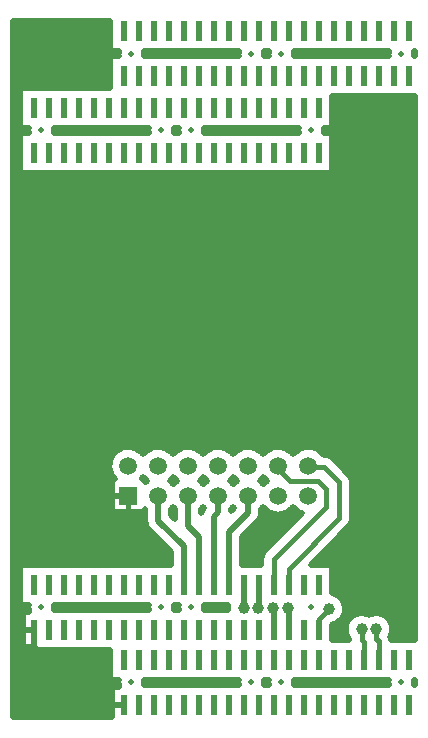
<source format=gbr>
%FSTAX42Y42*%
%MOMM*%
%SFA1B1*%

%IPPOS*%
%ADD10C,0.500126*%
%ADD11C,0.400050*%
%ADD12C,0.299974*%
%ADD14C,0.500126*%
%ADD15R,1.500124X1.500124*%
%ADD16C,1.500124*%
%ADD17C,0.999998*%
%ADD18R,0.599948X1.700022*%
%LNpcb_monitoring_connecta10-1*%
%LPD*%
G54D10*
X-00332Y001005D02*
D01*
X-003321Y000997*
X-003321Y00099*
X-003321Y000982*
X-003321Y000974*
X-00332Y000967*
X-003319Y000959*
X-003317Y000952*
X-003314Y000945*
X-003314Y000944*
X-003103Y000964D02*
D01*
X-003102Y000972*
X-003102Y000979*
X-003102Y000985*
X-003103Y000964D02*
D01*
X-003102Y000972*
X-003102Y000979*
X-003102Y000985*
X-00332Y001005D02*
D01*
X-003321Y000997*
X-003321Y00099*
X-003321Y000982*
X-003321Y000974*
X-00332Y000967*
X-003319Y000959*
X-003317Y000952*
X-003314Y000945*
X-003314Y000944*
X-003102Y000985D02*
D01*
X-003102Y000992*
X-003103Y001*
X-003103Y001005*
X-003102Y000985D02*
D01*
X-003102Y000992*
X-003103Y001*
X-003103Y001005*
X-002342Y000329D02*
D01*
X-002341Y000337*
X-00234Y000344*
X-00234Y00035*
X-002342Y000329D02*
D01*
X-002341Y000337*
X-00234Y000344*
X-00234Y00035*
X-002558Y00037D02*
D01*
X-002559Y000362*
X-00256Y000355*
X-00256Y000347*
X-00256Y000339*
X-002559Y000332*
X-002557Y000324*
X-002555Y000317*
X-002553Y00031*
X-002552Y000309*
X-002558Y00037D02*
D01*
X-002559Y000362*
X-00256Y000355*
X-00256Y000347*
X-00256Y000339*
X-002559Y000332*
X-002557Y000324*
X-002555Y000317*
X-002553Y00031*
X-002552Y000309*
X-00234Y00035D02*
D01*
X-00234Y000357*
X-002341Y000365*
X-002342Y00037*
X-00234Y00035D02*
D01*
X-00234Y000357*
X-002341Y000365*
X-002342Y00037*
X-002087Y000964D02*
D01*
X-002086Y000972*
X-002086Y000979*
X-002086Y000985*
X-002087Y000964D02*
D01*
X-002086Y000972*
X-002086Y000979*
X-002086Y000985*
X-00205Y001005D02*
D01*
X-002051Y000997*
X-002051Y00099*
X-002051Y000982*
X-002051Y000974*
X-00205Y000967*
X-00205Y000964*
Y001005D02*
D01*
X-002051Y000997*
X-002051Y00099*
X-002051Y000982*
X-002051Y000974*
X-00205Y000967*
X-00205Y000964*
X-002363Y002067D02*
D01*
X-002356Y002076*
X-002348Y002084*
D01*
X-002341Y002076*
X-002334Y002067*
X-002325Y00206*
X-002319Y002054*
X-002304Y001005D02*
D01*
X-002305Y000997*
X-002305Y00099*
X-002305Y000982*
X-002305Y000974*
X-002304Y000967*
X-002304Y000964*
Y001005D02*
D01*
X-002305Y000997*
X-002305Y00099*
X-002305Y000982*
X-002305Y000974*
X-002304Y000967*
X-002304Y000964*
X-002331Y001716D02*
D01*
X-002331Y001709*
X-00233Y001701*
X-002329Y001694*
X-002327Y001686*
X-002325Y001679*
X-002322Y001672*
X-002319Y001665*
X-002315Y001658*
X-00231Y001652*
X-002306Y001646*
X-002301Y00164*
X-002299Y001639*
X-002086Y000985D02*
D01*
X-002086Y000992*
X-002087Y001*
X-002087Y001005*
X-002086Y000985D02*
D01*
X-002086Y000992*
X-002087Y001*
X-002087Y001005*
X-002331Y001716D02*
D01*
X-002331Y001709*
X-00233Y001701*
X-002329Y001694*
X-002327Y001686*
X-002325Y001679*
X-002322Y001672*
X-002319Y001665*
X-002315Y001658*
X-00231Y001652*
X-002306Y001646*
X-002301Y00164*
X-002299Y001639*
X-002319Y002054D02*
D01*
X-002327Y002047*
X-002336Y00204*
X-002094Y002025D02*
D01*
X-002102Y002033*
X-002109Y002042*
X-002117Y002049*
X-002124Y002054*
X-002112Y001811D02*
D01*
X-002104Y001819*
X-002096Y001828*
X-002094Y00183*
X-002124Y002054D02*
D01*
X-002116Y002062*
X-002107Y002069*
X-0021Y002077*
X-002094Y002084*
Y00183D02*
D01*
X-002087Y001822*
X-00208Y001813*
X-002077Y001811*
X-002094Y002084D02*
D01*
X-002087Y002076*
X-00208Y002067*
X-002071Y00206*
X-002065Y002054*
D01*
X-002073Y002047*
X-002082Y00204*
X-002089Y002031*
X-002094Y002025*
X-00332Y005042D02*
D01*
X-003321Y005035*
X-003321Y005027*
X-003321Y00502*
X-003321Y005012*
X-00332Y005004*
X-00332Y005001*
X-003103D02*
D01*
X-003102Y005009*
X-003102Y005017*
X-003102Y005022*
X-003103Y005001D02*
D01*
X-003102Y005009*
X-003102Y005017*
X-003102Y005022*
X-00332Y005042D02*
D01*
X-003321Y005035*
X-003321Y005027*
X-003321Y00502*
X-003321Y005012*
X-00332Y005004*
X-00332Y005001*
X-003102Y005022D02*
D01*
X-003102Y00503*
X-003103Y005037*
X-003103Y005042*
X-003102Y005022D02*
D01*
X-003102Y00503*
X-003103Y005037*
X-003103Y005042*
X-002557Y00569D02*
D01*
X-002558Y005682*
X-002559Y005675*
X-002559Y005667*
X-002559Y005659*
X-002558Y005652*
X-002557Y005649*
Y00569D02*
D01*
X-002558Y005682*
X-002559Y005675*
X-002559Y005667*
X-002559Y005659*
X-002558Y005652*
X-002557Y005649*
X-002348Y002279D02*
D01*
X-002356Y002287*
X-002363Y002296*
X-002371Y002303*
X-00238Y00231*
X-002389Y002316*
X-002399Y002322*
X-002409Y002327*
X-002419Y002331*
X-00243Y002335*
X-002441Y002338*
X-002452Y00234*
X-002463Y002341*
X-002474Y002341*
X-002485Y002341*
X-002496Y00234*
X-002507Y002338*
X-002518Y002336*
X-002529Y002332*
X-002539Y002328*
X-002549Y002323*
X-002559Y002318*
X-002568Y002312*
X-002577Y002305*
X-002586Y002298*
X-002593Y00229*
X-002601Y002281*
X-002607Y002272*
X-002613Y002263*
X-002619Y002253*
X-002623Y002243*
X-002627Y002232*
X-00263Y002222*
X-002633Y002211*
X-002634Y0022*
X-002635Y002189*
X-002635Y002177*
X-002635Y002166*
X-002633Y002155*
X-002631Y002144*
X-002628Y002134*
X-002624Y002123*
X-00262Y002113*
X-002615Y002103*
X-002609Y002093*
X-002602Y002084*
X-002595Y002076*
X-002588Y002067*
X-002094Y002279D02*
D01*
X-002102Y002287*
X-002109Y002296*
X-002117Y002303*
X-002126Y00231*
X-002135Y002316*
X-002145Y002322*
X-002155Y002327*
X-002165Y002331*
X-002176Y002335*
X-002187Y002338*
X-002198Y00234*
X-002209Y002341*
X-00222Y002341*
X-002231Y002341*
X-002242Y00234*
X-002253Y002338*
X-002264Y002336*
X-002275Y002332*
X-002285Y002328*
X-002295Y002323*
X-002305Y002318*
X-002314Y002312*
X-002323Y002305*
X-002332Y002298*
X-002339Y00229*
X-002347Y002281*
X-002348Y002279*
X-00184D02*
D01*
X-001848Y002287*
X-001855Y002296*
X-001863Y002303*
X-001872Y00231*
X-001881Y002316*
X-001891Y002322*
X-001901Y002327*
X-001911Y002331*
X-001922Y002335*
X-001933Y002338*
X-001944Y00234*
X-001955Y002341*
X-001966Y002341*
X-001977Y002341*
X-001988Y00234*
X-001999Y002338*
X-00201Y002336*
X-002021Y002332*
X-002031Y002328*
X-002041Y002323*
X-002051Y002318*
X-00206Y002312*
X-002069Y002305*
X-002078Y002298*
X-002085Y00229*
X-002093Y002281*
X-002094Y002279*
X-002304Y005042D02*
D01*
X-002305Y005035*
X-002305Y005027*
X-002305Y00502*
X-002305Y005012*
X-002304Y005004*
X-002304Y005001*
X-002341Y005649D02*
D01*
X-00234Y005657*
X-002339Y005664*
X-002339Y005669*
X-002341Y005649D02*
D01*
X-00234Y005657*
X-002339Y005664*
X-002339Y005669*
D01*
X-002339Y005677*
X-00234Y005685*
X-002341Y00569*
X-002339Y005669D02*
D01*
X-002339Y005677*
X-00234Y005685*
X-002341Y00569*
X-002304Y005042D02*
D01*
X-002305Y005035*
X-002305Y005027*
X-002305Y00502*
X-002305Y005012*
X-002304Y005004*
X-002304Y005001*
X-002087D02*
D01*
X-002086Y005009*
X-002086Y005017*
X-002086Y005022*
X-002087Y005001D02*
D01*
X-002086Y005009*
X-002086Y005017*
X-002086Y005022*
D01*
X-002086Y00503*
X-002087Y005037*
X-002087Y005042*
X-002086Y005022D02*
D01*
X-002086Y00503*
X-002087Y005037*
X-002087Y005042*
X-00205D02*
D01*
X-002051Y005035*
X-002051Y005027*
X-002051Y00502*
X-002051Y005012*
X-00205Y005004*
X-00205Y005001*
Y005042D02*
D01*
X-002051Y005035*
X-002051Y005027*
X-002051Y00502*
X-002051Y005012*
X-00205Y005004*
X-00205Y005001*
X-001833Y000964D02*
D01*
X-001832Y000972*
X-001832Y000979*
X-001832Y000985*
X-001833Y000964D02*
D01*
X-001832Y000972*
X-001832Y000979*
X-001832Y000985*
D01*
X-001832Y000992*
X-001833Y001*
X-001833Y001005*
X-001832Y000985D02*
D01*
X-001832Y000992*
X-001833Y001*
X-001833Y001005*
X-001326Y000329D02*
D01*
X-001325Y000337*
X-001324Y000344*
X-001324Y00035*
X-001326Y000329D02*
D01*
X-001325Y000337*
X-001324Y000344*
X-001324Y00035*
X-001542Y00037D02*
D01*
X-001543Y000362*
X-001544Y000355*
X-001544Y000347*
X-001544Y000339*
X-001543Y000332*
X-001542Y000329*
Y00037D02*
D01*
X-001543Y000362*
X-001544Y000355*
X-001544Y000347*
X-001544Y000339*
X-001543Y000332*
X-001542Y000329*
X-001288Y00037D02*
D01*
X-001289Y000362*
X-00129Y000355*
X-00129Y000347*
X-00129Y000339*
X-001289Y000332*
X-001288Y000329*
Y00037D02*
D01*
X-001289Y000362*
X-00129Y000355*
X-00129Y000347*
X-00129Y000339*
X-001289Y000332*
X-001288Y000329*
X-001631Y001005D02*
D01*
X-001633Y000996*
X-001634Y000986*
X-001634Y000977*
X-001634Y000968*
X-001634Y000964*
X-001324Y00035D02*
D01*
X-001324Y000357*
X-001325Y000365*
X-001326Y00037*
X-001324Y00035D02*
D01*
X-001324Y000357*
X-001325Y000365*
X-001326Y00037*
X-001072Y000329D02*
D01*
X-001071Y000337*
X-00107Y000344*
X-00107Y00035*
X-001072Y000329D02*
D01*
X-001071Y000337*
X-00107Y000344*
X-00107Y00035*
D01*
X-00107Y000357*
X-001071Y000365*
X-001072Y00037*
X-00107Y00035D02*
D01*
X-00107Y000357*
X-001071Y000365*
X-001072Y00037*
X-001834Y001822D02*
D01*
X-001839Y001816*
X-001843Y00181*
X-001847Y001804*
X-001851Y001797*
X-001854Y00179*
X-001856Y001782*
X-001858Y001778*
X-001834Y001822D02*
D01*
X-001839Y001816*
X-001843Y00181*
X-001847Y001804*
X-001851Y001797*
X-001854Y00179*
X-001856Y001782*
X-001858Y001778*
Y001811D02*
D01*
X-00185Y001819*
X-001842Y001828*
X-00184Y00183*
D01*
X-001839Y001829*
X-001838Y001827*
X-001837Y001826*
X-001835Y001824*
X-001834Y001822*
X-001834Y001822*
X-00184Y002025D02*
D01*
X-001848Y002033*
X-001855Y002042*
X-001863Y002049*
X-00187Y002054*
D01*
X-001862Y002062*
X-001853Y002069*
X-001846Y002077*
X-00184Y002084*
X-001811Y002054D02*
D01*
X-001819Y002047*
X-001828Y00204*
X-001835Y002031*
X-00184Y002025*
Y002084D02*
D01*
X-001833Y002076*
X-001826Y002067*
X-001817Y00206*
X-001811Y002054*
X-001604Y001811D02*
D01*
X-001596Y001819*
X-001588Y001828*
X-001586Y00183*
D01*
X-001579Y001822*
X-001579Y001821*
X-001586Y002025D02*
D01*
X-001594Y002033*
X-001601Y002042*
X-001609Y002049*
X-001616Y002054*
D01*
X-001608Y002062*
X-001599Y002069*
X-001592Y002077*
X-001586Y002084*
X-001557Y002054D02*
D01*
X-001565Y002047*
X-001574Y00204*
X-001581Y002031*
X-001586Y002025*
Y002084D02*
D01*
X-001579Y002076*
X-001572Y002067*
X-001563Y00206*
X-001557Y002054*
X-001317Y001468D02*
D01*
X-001322Y001462*
X-001327Y001457*
X-001331Y001451*
X-001335Y001444*
X-001338Y001438*
X-001341Y001431*
X-001343Y001424*
X-001345Y001417*
X-001347Y00141*
X-001348Y001403*
X-001348Y001395*
X-001348Y001394*
X-001317Y001468D02*
D01*
X-001322Y001462*
X-001327Y001457*
X-001331Y001451*
X-001335Y001445*
X-001338Y001438*
X-001341Y001431*
X-001343Y001424*
X-001345Y001417*
X-001347Y00141*
X-001348Y001403*
X-001348Y001395*
X-001348Y001394*
X-001382Y001707D02*
D01*
X-001376Y001712*
X-001372Y001718*
X-001367Y001725*
X-001363Y001731*
X-00136Y001738*
X-001357Y001745*
X-001354Y001752*
X-001352Y00176*
X-001351Y001767*
X-00135Y001775*
X-00135Y001783*
X-00135Y001784*
X-001382Y001707D02*
D01*
X-001376Y001712*
X-001372Y001718*
X-001367Y001725*
X-001363Y001731*
X-00136Y001738*
X-001357Y001745*
X-001354Y001752*
X-001352Y00176*
X-001351Y001767*
X-00135Y001775*
X-00135Y001783*
X-00135Y001784*
Y001811D02*
D01*
X-001342Y001819*
X-001334Y001828*
X-001332Y00183*
Y002025D02*
D01*
X-00134Y002033*
X-001347Y002042*
X-001355Y002049*
X-001362Y002054*
D01*
X-001354Y002062*
X-001345Y002069*
X-001338Y002077*
X-001332Y002084*
D01*
X-001325Y002076*
X-001318Y002067*
X-001309Y00206*
X-001303Y002054*
X-001332Y00183D02*
D01*
X-001325Y001822*
X-001318Y001813*
X-001309Y001806*
X-001301Y001799*
X-001292Y001793*
X-001282Y001787*
X-001272Y001782*
X-001262Y001778*
X-001251Y001774*
X-00124Y001771*
X-001229Y001769*
X-001218Y001768*
X-001207Y001768*
X-001196Y001768*
X-001185Y001769*
X-001174Y001771*
X-001163Y001773*
X-001152Y001777*
X-001142Y001781*
X-001132Y001786*
X-001122Y001791*
X-001113Y001797*
X-001104Y001804*
X-001095Y001811*
X-001088Y001819*
X-00108Y001828*
X-001078Y00183*
X-001303Y002054D02*
D01*
X-001311Y002047*
X-00132Y00204*
X-001327Y002031*
X-001332Y002025*
X-001078Y00183D02*
D01*
X-001071Y001822*
X-001064Y001813*
X-001055Y001806*
X-001047Y001799*
X-001038Y001793*
X-001028Y001787*
X-001018Y001782*
X-001008Y001778*
X-001007Y001778*
X-000056Y000329D02*
D01*
X-000055Y000337*
X-000054Y000344*
X-000054Y00035*
X-000056Y000329D02*
D01*
X-000055Y000337*
X-000054Y000344*
X-000054Y00035*
X-000272Y00037D02*
D01*
X-000273Y000362*
X-000274Y000355*
X-000274Y000347*
X-000274Y000339*
X-000273Y000332*
X-000272Y000329*
Y00037D02*
D01*
X-000273Y000362*
X-000274Y000355*
X-000274Y000347*
X-000274Y000339*
X-000273Y000332*
X-000272Y000329*
X-000054Y00035D02*
D01*
X-000054Y000357*
X-000055Y000365*
X-000056Y00037*
X-000251Y00071D02*
D01*
X-000252Y000717*
X-000254Y000724*
X-000256Y000731*
X-000257Y000733*
X-000251Y00071D02*
D01*
X-000252Y000717*
X-000254Y000724*
X-000256Y000731*
X-000257Y000733*
X-000054Y00035D02*
D01*
X-000054Y000357*
X-000055Y000365*
X-000056Y00037*
X-000257Y000733D02*
D01*
X-000253Y000742*
X-000249Y00075*
X-000246Y000759*
X-000243Y000768*
X-000241Y000777*
X-00024Y000787*
X-00024Y000796*
X-00024Y000799*
X-000747Y000837D02*
D01*
X-000738Y00084*
X-000729Y000842*
X-00072Y000846*
X-000712Y00085*
X-000703Y000855*
X-000696Y00086*
X-000688Y000866*
X-000681Y000872*
X-000675Y000879*
X-000668Y000886*
X-000663Y000894*
X-000658Y000901*
X-000653Y00091*
X-00065Y000918*
X-000646Y000927*
X-000644Y000936*
X-000642Y000945*
X-00064Y000955*
X-00064Y000964*
X-00064Y00097*
D01*
X-00064Y000979*
X-000641Y000988*
X-000642Y000998*
X-000645Y001007*
X-000648Y001016*
X-000651Y001024*
X-000655Y001033*
X-00066Y001041*
X-000665Y001049*
X-000671Y001056*
X-000677Y001063*
X-000684Y00107*
X-000691Y001076*
X-000699Y001081*
X-000707Y001086*
X-000715Y001091*
X-000724Y001095*
X-000733Y001098*
X-000742Y0011*
X-000747Y001102*
X-000437Y000919D02*
D01*
X-000445Y000923*
X-000454Y000927*
X-000463Y00093*
X-000472Y000932*
X-000482Y000933*
X-000491Y000934*
X-0005Y000934*
X-00051Y000934*
X-000519Y000933*
X-000529Y000931*
X-000538Y000929*
X-000547Y000926*
X-000555Y000922*
X-000564Y000918*
X-000572Y000913*
X-00058Y000908*
X-000587Y000902*
X-000594Y000896*
X-0006Y000889*
X-000606Y000882*
X-000612Y000874*
X-000617Y000866*
X-000621Y000858*
X-000625Y000849*
X-000628Y00084*
X-000631Y000831*
X-000633Y000822*
X-000634Y000813*
X-000634Y000803*
X-000634Y000794*
X-000634Y000784*
X-000632Y000775*
X-00063Y000766*
X-000628Y000757*
X-000624Y000748*
X-00062Y000739*
X-000616Y000731*
X-000611Y000723*
X-000605Y000716*
X-000605Y000715*
X-00024Y000799D02*
D01*
X-00024Y000809*
X-000241Y000818*
X-000242Y000828*
X-000245Y000837*
X-000248Y000846*
X-000251Y000854*
X-000255Y000863*
X-00026Y000871*
X-000265Y000879*
X-000271Y000886*
X-000277Y000893*
X-000284Y0009*
X-000291Y000906*
X-000299Y000911*
X-000307Y000916*
X-000315Y000921*
X-000324Y000925*
X-000333Y000928*
X-000342Y00093*
X-000351Y000932*
X-00036Y000934*
X-00037Y000934*
X-000379*
X-000389Y000934*
X-000398Y000932*
X-000407Y00093*
X-000416Y000928*
X-000425Y000925*
X-000434Y000921*
X-000437Y000919*
X-000613Y001663D02*
D01*
X-000608Y001668*
X-000603Y001674*
X-000599Y00168*
X-000595Y001686*
X-000592Y001692*
X-000589Y001699*
X-000587Y001706*
X-000585Y001713*
X-000583Y00172*
X-000582Y001728*
X-000582Y001735*
X-000582Y001737*
X-000613Y001663D02*
D01*
X-000608Y001668*
X-000603Y001674*
X-000599Y00168*
X-000595Y001686*
X-000592Y001693*
X-000589Y001699*
X-000587Y001706*
X-000585Y001713*
X-000583Y001721*
X-000582Y001728*
X-000582Y001735*
X-000582Y001737*
Y00204D02*
D01*
X-000582Y002047*
X-000583Y002054*
X-000584Y002061*
X-000586Y002068*
X-000588Y002075*
X-000591Y002082*
X-000594Y002089*
X-000598Y002095*
X-000602Y002101*
X-000607Y002107*
X-000611Y002112*
X-000613Y002114*
X-000582Y00204D02*
D01*
X-000582Y002047*
X-000583Y002054*
X-000584Y002061*
X-000586Y002068*
X-000588Y002075*
X-000591Y002082*
X-000594Y002089*
X-000598Y002095*
X-000602Y002101*
X-000607Y002107*
X-000611Y002112*
X-000613Y002114*
X-001586Y002279D02*
D01*
X-001594Y002287*
X-001601Y002296*
X-001609Y002303*
X-001618Y00231*
X-001627Y002316*
X-001637Y002322*
X-001647Y002327*
X-001657Y002331*
X-001668Y002335*
X-001679Y002338*
X-00169Y00234*
X-001701Y002341*
X-001712Y002341*
X-001723Y002341*
X-001734Y00234*
X-001745Y002338*
X-001756Y002336*
X-001767Y002332*
X-001777Y002328*
X-001787Y002323*
X-001797Y002318*
X-001806Y002312*
X-001815Y002305*
X-001824Y002298*
X-001831Y00229*
X-001839Y002281*
X-00184Y002279*
X-001833Y005001D02*
D01*
X-001832Y005009*
X-001832Y005017*
X-001832Y005022*
X-001833Y005001D02*
D01*
X-001832Y005009*
X-001832Y005017*
X-001832Y005022*
X-001332Y002279D02*
D01*
X-00134Y002287*
X-001347Y002296*
X-001355Y002303*
X-001364Y00231*
X-001373Y002316*
X-001383Y002322*
X-001393Y002327*
X-001403Y002331*
X-001414Y002335*
X-001425Y002338*
X-001436Y00234*
X-001447Y002341*
X-001458Y002341*
X-001469Y002341*
X-00148Y00234*
X-001491Y002338*
X-001502Y002336*
X-001513Y002332*
X-001523Y002328*
X-001533Y002323*
X-001543Y002318*
X-001552Y002312*
X-001561Y002305*
X-00157Y002298*
X-001577Y00229*
X-001585Y002281*
X-001586Y002279*
X-001832Y005022D02*
D01*
X-001832Y00503*
X-001833Y005037*
X-001833Y005042*
X-001832Y005022D02*
D01*
X-001832Y00503*
X-001833Y005037*
X-001833Y005042*
X-001325Y005649D02*
D01*
X-001324Y005657*
X-001323Y005664*
X-001323Y005669*
X-001325Y005649D02*
D01*
X-001324Y005657*
X-001323Y005664*
X-001323Y005669*
X-001541Y00569D02*
D01*
X-001542Y005682*
X-001543Y005675*
X-001543Y005667*
X-001543Y005659*
X-001542Y005652*
X-001541Y005649*
Y00569D02*
D01*
X-001542Y005682*
X-001543Y005675*
X-001543Y005667*
X-001543Y005659*
X-001542Y005652*
X-001541Y005649*
X-001323Y005669D02*
D01*
X-001323Y005677*
X-001324Y005685*
X-001325Y00569*
X-001287D02*
D01*
X-001288Y005682*
X-001289Y005675*
X-001289Y005667*
X-001289Y005659*
X-001288Y005652*
X-001287Y005649*
X-001323Y005669D02*
D01*
X-001323Y005677*
X-001324Y005685*
X-001325Y00569*
X-001287D02*
D01*
X-001288Y005682*
X-001289Y005675*
X-001289Y005667*
X-001289Y005659*
X-001288Y005652*
X-001287Y005649*
X-001078Y002279D02*
D01*
X-001086Y002287*
X-001093Y002296*
X-001101Y002303*
X-00111Y00231*
X-001119Y002316*
X-001129Y002322*
X-001139Y002327*
X-001149Y002331*
X-00116Y002335*
X-001171Y002338*
X-001182Y00234*
X-001193Y002341*
X-001204Y002341*
X-001215Y002341*
X-001226Y00234*
X-001237Y002338*
X-001248Y002336*
X-001259Y002332*
X-001269Y002328*
X-001279Y002323*
X-001289Y002318*
X-001298Y002312*
X-001307Y002305*
X-001316Y002298*
X-001323Y00229*
X-001331Y002281*
X-001332Y002279*
X-000821Y002275D02*
D01*
X-000828Y002283*
X-000836Y002292*
X-000843Y0023*
X-000852Y002307*
X-000861Y002313*
X-00087Y002319*
X-00088Y002325*
X-00089Y002329*
X-000901Y002333*
X-000912Y002336*
X-000922Y002339*
X-000933Y00234*
X-000945Y002341*
X-000956Y002341*
X-000967Y002341*
X-000978Y002339*
X-000989Y002337*
X-001Y002334*
X-00101Y00233*
X-00102Y002326*
X-00103Y002321*
X-00104Y002315*
X-001049Y002308*
X-001058Y002301*
X-001066Y002294*
X-001073Y002285*
X-001078Y002279*
X-000743Y002244D02*
D01*
X-000748Y002249*
X-000754Y002253*
X-00076Y002258*
X-000766Y002261*
X-000773Y002265*
X-000779Y002268*
X-000786Y00227*
X-000793Y002272*
X-000801Y002273*
X-000808Y002274*
X-000815Y002274*
X-000817Y002275*
X-001034Y005042D02*
D01*
X-001035Y005035*
X-001035Y005027*
X-001035Y00502*
X-001035Y005012*
X-001034Y005004*
X-001034Y005001*
X-000817D02*
D01*
X-000816Y005009*
X-000816Y005017*
X-000816Y005022*
X-000817Y005001D02*
D01*
X-000816Y005009*
X-000816Y005017*
X-000816Y005022*
X-001034Y005042D02*
D01*
X-001035Y005035*
X-001035Y005027*
X-001035Y00502*
X-001035Y005012*
X-001034Y005004*
X-001034Y005001*
X-000816Y005022D02*
D01*
X-000816Y00503*
X-000817Y005037*
X-000817Y005042*
X-000816Y005022D02*
D01*
X-000816Y00503*
X-000817Y005037*
X-000817Y005042*
X-000743Y002244D02*
D01*
X-000748Y002249*
X-000754Y002253*
X-00076Y002257*
X-000766Y002261*
X-000772Y002265*
X-000779Y002267*
X-000786Y00227*
X-000793Y002272*
X-0008Y002273*
X-000808Y002274*
X-000815Y002274*
X-000817Y002275*
X-001071Y005649D02*
D01*
X-00107Y005657*
X-001069Y005664*
X-001069Y005669*
X-001071Y005649D02*
D01*
X-00107Y005657*
X-001069Y005664*
X-001069Y005669*
D01*
X-001069Y005677*
X-00107Y005685*
X-001071Y00569*
X-001069Y005669D02*
D01*
X-001069Y005677*
X-00107Y005685*
X-001071Y00569*
X-000271D02*
D01*
X-000272Y005682*
X-000273Y005675*
X-000273Y005667*
X-000273Y005659*
X-000272Y005652*
X-000271Y005649*
X-000055D02*
D01*
X-000054Y005657*
X-000053Y005664*
X-000053Y005669*
X-000055Y005649D02*
D01*
X-000054Y005657*
X-000053Y005664*
X-000053Y005669*
X-000271Y00569D02*
D01*
X-000272Y005682*
X-000273Y005675*
X-000273Y005667*
X-000273Y005659*
X-000272Y005652*
X-000271Y005649*
X-000053Y005669D02*
D01*
X-000053Y005677*
X-000054Y005685*
X-000055Y00569*
X-000053Y005669D02*
D01*
X-000053Y005677*
X-000054Y005685*
X-000055Y00569*
X-001499Y000975D02*
X-001497Y000977D01*
Y001175*
X-001375Y000975D02*
X-00137Y000979D01*
Y001175*
X-001116Y000794D02*
Y000969D01*
X-001878Y001175D02*
Y001578D01*
X-001967Y001667D02*
X-001878Y001578D01*
X-001967Y001667D02*
Y001928D01*
X-002005Y001175D02*
Y0015D01*
X-002221Y001716D02*
X-002005Y0015D01*
X-002221Y001716D02*
Y001928D01*
X-001459Y001784D02*
Y001928D01*
X-001624Y00162D02*
X-001459Y001784D01*
X-001624Y001175D02*
Y00162D01*
X-001713Y001788D02*
Y001928D01*
X-001751Y00175D02*
X-001713Y001788D01*
X-001751Y001175D02*
Y00175D01*
X-002794Y000159D02*
X-002513D01*
X-003275Y00064D02*
X-002794Y000159D01*
X-003275Y00064D02*
Y000794D01*
X-001243D02*
Y000975D01*
X-003379Y000794D02*
X-003275D01*
X-003415Y000829D02*
X-003379Y000794D01*
X-003415Y000829D02*
Y001364D01*
X-003234Y001545*
X-003247Y00005D02*
Y000624D01*
X-00345Y00063D02*
X-003263D01*
X-003147Y00005D02*
Y000624D01*
X-003197Y00005D02*
Y000624D01*
X-003347Y00005D02*
Y000644D01*
X-00337D02*
Y000944D01*
X-003297Y00005D02*
Y000644D01*
X-003263Y000624D02*
Y000644D01*
X-00345Y00043D02*
X-002629D01*
X-00345Y00048D02*
X-002629D01*
X-00345Y00013D02*
X-002609D01*
X-00345Y000381D02*
X-002629D01*
X-00345Y00053D02*
X-002629D01*
X-00345Y00058D02*
X-002629D01*
X-003136Y000624D02*
X-003033D01*
X-003263D02*
X-003136D01*
X-003033*
X-00345Y00078D02*
X-00337D01*
X-00345Y00083D02*
X-00337D01*
X-00345Y00068D02*
X-00337D01*
X-00345Y00073D02*
X-00337D01*
X-00345Y00088D02*
X-00337D01*
X-00345Y00093D02*
X-00337D01*
X-00345Y00098D02*
X-003321D01*
X-00337Y000644D02*
X-003263D01*
X-00337Y000944D02*
X-003314D01*
X-003103Y001005D02*
X-003033D01*
X-003103D02*
X-003033D01*
X-003103Y000964D02*
X-003033D01*
X-003103D02*
X-003033D01*
X-003009Y000624D02*
X-002906D01*
X-003009D02*
X-002906D01*
X-002897Y00005D02*
Y000624D01*
X-002947Y00005D02*
Y000624D01*
X-003047Y00005D02*
Y000624D01*
X-003097Y00005D02*
Y000624D01*
X-002997Y00005D02*
Y000624D01*
X-003033D02*
X-003009D01*
X-002697Y00005D02*
Y000624D01*
X-002747Y00005D02*
Y000624D01*
X-002647Y00005D02*
Y000624D01*
X-002629Y00037D02*
Y000624D01*
X-002882D02*
X-002779D01*
X-002906D02*
X-002882D01*
X-002797Y00005D02*
Y000624D01*
X-002847Y00005D02*
Y000624D01*
X-002882D02*
X-002779D01*
X-003009Y000964D02*
X-002906D01*
X-003033D02*
X-003009D01*
X-002779Y000624D02*
X-002755D01*
X-003009Y000964D02*
X-002906D01*
X-002882*
X-002779D02*
X-002755D01*
X-002882D02*
X-002779D01*
X-002882D02*
X-002779D01*
X-002755Y000624D02*
X-002652D01*
X-002755Y000964D02*
X-002652D01*
Y000624D02*
X-002629D01*
X-002755D02*
X-002652D01*
X-002755Y000964D02*
X-002652D01*
X-002755Y001005D02*
X-002652D01*
X-002747Y000964D02*
Y001005D01*
X-002652D02*
X-002628D01*
X-002652Y000964D02*
X-002628D01*
X-00345Y00123D02*
X-00339D01*
X-00345Y00128D02*
X-00339D01*
X-00345Y00103D02*
X-00339D01*
X-00345Y00118D02*
X-00339D01*
X-003447Y00005D02*
Y00595D01*
X-00345Y00005D02*
Y00595D01*
X-003397Y00005D02*
Y00595D01*
X-00339Y001005D02*
Y001345D01*
X-003347Y000944D02*
Y001005D01*
X-00339D02*
X-00332D01*
X-00345Y00108D02*
X-00339D01*
X-00345Y00113D02*
X-00339D01*
X-003047Y000964D02*
Y001005D01*
X-003097Y000964D02*
Y001005D01*
X-00345Y00133D02*
X-00339D01*
Y001345D02*
X-003263D01*
X-00316*
X-003263D02*
X-00316D01*
X-003297D02*
Y004661D01*
X-003347Y001345D02*
Y004661D01*
X-003147Y001345D02*
Y004661D01*
X-003247Y001345D02*
Y004661D01*
X-003197Y001345D02*
Y004661D01*
X-00316Y001345D02*
X-003136D01*
X-00345Y00183D02*
X-002615D01*
X-003136Y001345D02*
X-003033D01*
X-003136D02*
X-003033D01*
X-00345Y00188D02*
X-002615D01*
X-00345Y00193D02*
X-002615D01*
X-003097Y001345D02*
Y004661D01*
X-00345Y00203D02*
X-002615D01*
X-00345Y00198D02*
X-002615D01*
X-003009Y001005D02*
X-002906D01*
X-003033D02*
X-003009D01*
X-002947Y000964D02*
Y001005D01*
X-002997Y000964D02*
Y001005D01*
X-003009D02*
X-002906D01*
X-003009Y001345D02*
X-002906D01*
X-002897Y000964D02*
Y001005D01*
X-002997Y001345D02*
Y004661D01*
X-002755Y001005D02*
X-002652D01*
X-002779D02*
X-002755D01*
X-002647Y000964D02*
Y001005D01*
X-002697Y000964D02*
Y001005D01*
X-002882D02*
X-002779D01*
X-002906D02*
X-002882D01*
X-002797Y000964D02*
Y001005D01*
X-002847Y000964D02*
Y001005D01*
X-002882D02*
X-002779D01*
X-003009Y001345D02*
X-002906D01*
X-003033D02*
X-003009D01*
X-002882D02*
X-002779D01*
X-002906D02*
X-002882D01*
X-002947D02*
Y004661D01*
X-003047Y001345D02*
Y004661D01*
X-002797Y001345D02*
Y004661D01*
X-002897Y001345D02*
Y004661D01*
X-002847Y001345D02*
Y004661D01*
X-002779Y001345D02*
X-002755D01*
X-002882D02*
X-002779D01*
X-002755D02*
X-002652D01*
X-002755D02*
X-002652D01*
X-002697D02*
Y004661D01*
X-002747Y001345D02*
Y004661D01*
X-002652Y001345D02*
X-002628D01*
X-002647D02*
Y004661D01*
X-002615Y001788D02*
Y002067D01*
X-00345Y000181D02*
X-002609D01*
X-00345Y00023D02*
X-002609D01*
X-00345Y00005D02*
X-002609D01*
X-00345Y000081D02*
X-002609D01*
X-00345Y000281D02*
X-002609D01*
X-00345Y00033D02*
X-002558D01*
X-002609Y00005D02*
Y000309D01*
X-002597D02*
Y00037D01*
X-002609Y000309D02*
X-002552D01*
X-002342Y00037D02*
X-002272D01*
X-002629D02*
X-002558D01*
X-002628Y000964D02*
X-002525D01*
X-002501*
X-002628D02*
X-002525D01*
X-002547D02*
Y001005D01*
X-002628D02*
X-002525D01*
X-002447Y000964D02*
Y001005D01*
X-002525D02*
X-002501D01*
X-002497Y000964D02*
Y001005D01*
X-002501Y000964D02*
X-002398D01*
X-002501D02*
X-002398D01*
X-002342Y00037D02*
X-002272D01*
X-002398Y000964D02*
X-002374D01*
X-003102Y00098D02*
X-002305D01*
X-002501Y001005D02*
X-002398D01*
X-002374Y000964D02*
X-002304D01*
X-002374Y001005D02*
X-002304D01*
X-002374Y000964D02*
X-002304D01*
X-002342Y000329D02*
X-002272D01*
X-002342D02*
X-002272D01*
X-002248D02*
X-002145D01*
X-002272D02*
X-002248D01*
X-002247D02*
Y00037D01*
X-002297Y000329D02*
Y00037D01*
X-002147Y000329D02*
Y00037D01*
X-002197Y000329D02*
Y00037D01*
X-002121Y000329D02*
X-002018D01*
X-002248D02*
X-002121D01*
X-001994D02*
X-001891D01*
X-002121D02*
X-002018D01*
X-002047D02*
Y00037D01*
X-002097Y000329D02*
Y00037D01*
X-001994Y000329D02*
X-001891D01*
X-001997D02*
Y00037D01*
X-002018Y000329D02*
X-001994D01*
X-002248Y00037D02*
X-002121D01*
X-002272D02*
X-002248D01*
X-002145*
X-002086Y00098D02*
X-002051D01*
X-002087Y001005D02*
X-00205D01*
X-002087D02*
X-00205D01*
X-002342Y00033D02*
X-001542D01*
X-002121Y00037D02*
X-002018D01*
X-001994*
X-002121D02*
X-002018D01*
X-002087Y000964D02*
X-00205D01*
X-002087D02*
X-00205D01*
X-001994Y00037D02*
X-001891D01*
X-001994D02*
X-001891D01*
X-002628Y001005D02*
X-002525D01*
X-002628Y001345D02*
X-002525D01*
X-002597Y000964D02*
Y001005D01*
X-002628Y001345D02*
X-002525D01*
X-002547D02*
Y001788D01*
X-002597Y001345D02*
Y001788D01*
X-002501Y001345D02*
X-002398D01*
X-002525D02*
X-002501D01*
X-002398Y001005D02*
X-002374D01*
X-002501D02*
X-002398D01*
X-002397Y000964D02*
Y001005D01*
X-002374D02*
X-002304D01*
X-002398Y001345D02*
X-002374D01*
X-002501D02*
X-002398D01*
X-002374D02*
X-002271D01*
X-002397D02*
Y001788D01*
X-002374Y001345D02*
X-002271D01*
X-00345Y00173D02*
X-002331D01*
X-002615Y001788D02*
X-002336D01*
X-002447Y001345D02*
Y001788D01*
X-002497Y001345D02*
Y001788D01*
X-002597Y002067D02*
Y002077D01*
X-002615Y002067D02*
X-002588D01*
X-00345Y00148D02*
X-002141D01*
X-00345Y00153D02*
X-002191D01*
X-00345Y00138D02*
X-002115D01*
X-00345Y00143D02*
X-002115D01*
X-00345Y00158D02*
X-002241D01*
X-00345Y00163D02*
X-002291D01*
X-00345Y00168D02*
X-002325D01*
X-00345Y00178D02*
X-002331D01*
X-002347Y000964D02*
Y001005D01*
X-002271Y001345D02*
X-002247D01*
X-002347D02*
Y001788D01*
X-002247Y001345D02*
Y001586D01*
X-002297Y001345D02*
Y001636D01*
X-002247Y001345D02*
X-002144D01*
X-002247D02*
X-002144D01*
X-002197D02*
Y001536D01*
X-002299Y001639D02*
X-002115Y001454D01*
Y001345D02*
Y001454D01*
X-002147Y001345D02*
Y001486D01*
X-002144Y001345D02*
X-00212D01*
X-002336Y001788D02*
Y001815D01*
X-002331Y001716D02*
Y001811D01*
X-002112Y001762D02*
Y001811D01*
X-002336Y00204D02*
Y002067D01*
X-002097Y001747D02*
Y001827D01*
Y002028D02*
Y002081D01*
X-002112Y001762D02*
X-002077Y001728D01*
X-002112Y00178D02*
X-002077D01*
Y001728D02*
Y001811D01*
X-002099Y00203D02*
X-00209D01*
X-00339Y004661D02*
X-003263D01*
X-00345Y00468D02*
X-00339D01*
X-003263Y004661D02*
X-00316D01*
X-003263D02*
X-00316D01*
X-00345Y00473D02*
X-00339D01*
X-00345Y00478D02*
X-00339D01*
Y004661D02*
Y005001D01*
X-00345Y00483D02*
X-00339D01*
X-00345Y00218D02*
X-002635D01*
X-00345Y00223D02*
X-002628D01*
X-00345Y00208D02*
X-0026D01*
X-00345Y00213D02*
X-002627D01*
X-00345Y00228D02*
X-002601D01*
X-00345Y00233D02*
X-002534D01*
X-003136Y004661D02*
X-003033D01*
X-00316D02*
X-003136D01*
X-003033*
X-00345Y00488D02*
X-00339D01*
X-00345Y00493D02*
X-00339D01*
X-00345Y00498D02*
X-00339D01*
Y005001D02*
X-00332D01*
X-00345Y00503D02*
X-003321D01*
X-00339Y005042D02*
X-00332D01*
X-003347Y005001D02*
Y005042D01*
X-003103Y005001D02*
X-003033D01*
X-003103D02*
X-003033D01*
X-003103Y005042D02*
X-003033D01*
X-003103D02*
X-003033D01*
X-003009Y004661D02*
X-002906D01*
X-003033D02*
X-003009D01*
X-002906D02*
X-002882D01*
X-003009D02*
X-002906D01*
X-003047Y005001D02*
Y005042D01*
X-003097Y005001D02*
Y005042D01*
X-002906Y005001D02*
X-002882D01*
X-002947D02*
Y005042D01*
X-002628Y004661D02*
X-002525D01*
X-002652D02*
X-002628D01*
X-002597Y002286D02*
Y004661D01*
X-002547Y002325D02*
Y004661D01*
X-002882D02*
X-002779D01*
X-002882D02*
X-002779D01*
X-002755D02*
X-002652D01*
X-002779D02*
X-002755D01*
X-002652*
X-003009Y005001D02*
X-002906D01*
X-003033D02*
X-003009D01*
X-002882D02*
X-002779D01*
X-003009D02*
X-002906D01*
X-003009Y005042D02*
X-002906D01*
X-003033D02*
X-003009D01*
X-002897Y005001D02*
Y005042D01*
X-002997Y005001D02*
Y005042D01*
X-003009D02*
X-002906D01*
X-002779Y005001D02*
X-002755D01*
X-002882D02*
X-002779D01*
X-002755D02*
X-002652D01*
X-002755D02*
X-002652D01*
X-002628D02*
X-002525D01*
X-002652D02*
X-002628D01*
X-002547D02*
Y005042D01*
X-002597Y005001D02*
Y005042D01*
X-002628D02*
X-002525D01*
X-00345Y00518D02*
X-00339D01*
X-00345Y00523D02*
X-00339D01*
X-00345Y00508D02*
X-00339D01*
X-00345Y00513D02*
X-00339D01*
X-00345Y00528D02*
X-00339D01*
X-00345Y00533D02*
X-00339D01*
Y005042D02*
Y005382D01*
X-00345Y00538D02*
X-00339D01*
X-003263Y005382D02*
X-00316D01*
X-00339D02*
X-003263D01*
X-003136D02*
X-003033D01*
X-003263D02*
X-00316D01*
X-003097D02*
Y00595D01*
X-003136Y005382D02*
X-003033D01*
X-003009D02*
X-002906D01*
X-003047D02*
Y00595D01*
X-003033Y005382D02*
X-003009D01*
X-00345Y00548D02*
X-002628D01*
X-00345Y00553D02*
X-002628D01*
X-00316Y005382D02*
X-003136D01*
X-00345Y00543D02*
X-002628D01*
X-003297Y005382D02*
Y00595D01*
X-003347Y005382D02*
Y00595D01*
X-003147Y005382D02*
Y00595D01*
X-003247Y005382D02*
Y00595D01*
X-003197Y005382D02*
Y00595D01*
X-00345Y00568D02*
X-002558D01*
X-00345Y00573D02*
X-002628D01*
X-00345Y00558D02*
X-002628D01*
X-00345Y00563D02*
X-002628D01*
X-00345Y00593D02*
X-002628D01*
X-00345Y00595D02*
X-002628D01*
X-00345Y00578D02*
X-002628D01*
X-00345Y00588D02*
X-002628D01*
X-00345Y00583D02*
X-002628D01*
X-002906Y005042D02*
X-002882D01*
X-003009Y005382D02*
X-002906D01*
X-002797Y005001D02*
Y005042D01*
X-002847Y005001D02*
Y005042D01*
X-002947Y005382D02*
Y00595D01*
X-002997Y005382D02*
Y00595D01*
X-002797Y005382D02*
Y00595D01*
X-002847Y005382D02*
Y00595D01*
X-002755Y005042D02*
X-002652D01*
X-002755D02*
X-002652D01*
X-002647Y005001D02*
Y005042D01*
X-002652D02*
X-002628D01*
X-002882D02*
X-002779D01*
X-002882D02*
X-002779D01*
X-002697Y005001D02*
Y005042D01*
X-002779D02*
X-002755D01*
X-002747Y005001D02*
Y005042D01*
X-002882Y005382D02*
X-002779D01*
X-002906D02*
X-002882D01*
X-002779D02*
X-002755D01*
X-002882D02*
X-002779D01*
X-002755D02*
X-002652D01*
X-002897D02*
Y00595D01*
X-002697Y005382D02*
Y00595D01*
X-002747Y005382D02*
Y00595D01*
X-002755Y005382D02*
X-002652D01*
X-002628*
X-002628Y005649D02*
X-002557D01*
X-002628Y005382D02*
Y005649D01*
X-002597D02*
Y00569D01*
X-002647Y005382D02*
Y00595D01*
X-002628Y00569D02*
X-002557D01*
X-002628D02*
Y00595D01*
X-00345Y00293D02*
X-00005D01*
X-00345Y00298D02*
X-00005D01*
X-00345Y00283D02*
X-00005D01*
X-00345Y00288D02*
X-00005D01*
X-00345Y00313D02*
X-00005D01*
X-00345Y00318D02*
X-00005D01*
X-00345Y00303D02*
X-00005D01*
X-00345Y00308D02*
X-00005D01*
X-00345Y00248D02*
X-00005D01*
X-00345Y00253D02*
X-00005D01*
X-00345Y00238D02*
X-00005D01*
X-00345Y00243D02*
X-00005D01*
X-00345Y00273D02*
X-00005D01*
X-00345Y00278D02*
X-00005D01*
X-00345Y00258D02*
X-00005D01*
X-00345Y00268D02*
X-00005D01*
X-00345Y00263D02*
X-00005D01*
X-00345Y00378D02*
X-00005D01*
X-00345Y00383D02*
X-00005D01*
X-00345Y00368D02*
X-00005D01*
X-00345Y00373D02*
X-00005D01*
X-00345Y00438D02*
X-00005D01*
X-00345Y00443D02*
X-00005D01*
X-00345Y00388D02*
X-00005D01*
X-00345Y00433D02*
X-00005D01*
X-00345Y00393D02*
X-00005D01*
X-00345Y00333D02*
X-00005D01*
X-00345Y00338D02*
X-00005D01*
X-00345Y00323D02*
X-00005D01*
X-00345Y00328D02*
X-00005D01*
X-00345Y00358D02*
X-00005D01*
X-00345Y00363D02*
X-00005D01*
X-00345Y00343D02*
X-00005D01*
X-00345Y00353D02*
X-00005D01*
X-00345Y00348D02*
X-00005D01*
X-002417Y00233D02*
X-00228D01*
X-002347Y002067D02*
Y002082D01*
X-002363Y002067D02*
X-002336D01*
X-002347Y002281D02*
Y004661D01*
X-002447Y002339D02*
Y004661D01*
X-002297Y002323D02*
Y004661D01*
X-002247Y00234D02*
Y004661D01*
X-00345Y00398D02*
X-00005D01*
X-002163Y00233D02*
X-002026D01*
X-00345Y00403D02*
X-00005D01*
X-00345Y00408D02*
X-00005D01*
X-002097Y002282D02*
Y004661D01*
X-002197Y00234D02*
Y004661D01*
X-002147Y002323D02*
Y004661D01*
X-002247D02*
X-002144D01*
X-002247D02*
X-002144D01*
X-00212D02*
X-002017D01*
X-002144D02*
X-00212D01*
X-002398D02*
X-002374D01*
X-002501D02*
X-002398D01*
X-002271D02*
X-002247D01*
X-002374D02*
X-002271D01*
X-002374D02*
X-002271D01*
X-00345Y00423D02*
X-00005D01*
X-00345Y00428D02*
X-00005D01*
X-00345Y00413D02*
X-00005D01*
X-00345Y00418D02*
X-00005D01*
X-00345Y00448D02*
X-00005D01*
X-00345Y00453D02*
X-00005D01*
X-00345Y00458D02*
X-00005D01*
X-00212Y004661D02*
X-002017D01*
X-00345Y00463D02*
X-00005D01*
X-002525Y004661D02*
X-002501D01*
X-002628D02*
X-002525D01*
X-002497Y00234D02*
Y004661D01*
X-002501D02*
X-002398D01*
X-002525Y005001D02*
X-002501D01*
X-002628D02*
X-002525D01*
X-002447D02*
Y005042D01*
X-002497Y005001D02*
Y005042D01*
X-002501Y005001D02*
X-002398D01*
X-002501D02*
X-002398D01*
X-002397Y002321D02*
Y004661D01*
X-002398Y005001D02*
X-002374D01*
X-002304*
X-002397D02*
Y005042D01*
X-002347Y005001D02*
Y005042D01*
X-002374Y005001D02*
X-002304D01*
X-002525Y005042D02*
X-002501D01*
X-002628D02*
X-002525D01*
X-002501D02*
X-002398D01*
X-002501D02*
X-002398D01*
X-002374*
X-003102Y00503D02*
X-002305D01*
X-002374Y005042D02*
X-002304D01*
X-002374D02*
X-002304D01*
X-002341Y005649D02*
X-002271D01*
X-002341D02*
X-002271D01*
X-00234Y00568D02*
X-001542D01*
X-002341Y00569D02*
X-002271D01*
X-002341D02*
X-002271D01*
X-002086Y00503D02*
X-002051D01*
X-002197Y005649D02*
Y00569D01*
X-002247Y005649D02*
X-002143D01*
X-00212*
X-002047Y002321D02*
Y004661D01*
X-002087Y005001D02*
X-00205D01*
X-001997Y002339D02*
Y004661D01*
X-002017D02*
X-001993D01*
X-002087Y005042D02*
X-00205D01*
X-002087D02*
X-00205D01*
X-002087Y005001D02*
X-00205D01*
X-002297Y005649D02*
Y00569D01*
X-002271D02*
X-002247D01*
Y005649D02*
X-002143D01*
X-002271D02*
X-002247D01*
X-002247D02*
Y00569D01*
X-002247D02*
X-002143D01*
X-002147Y005649D02*
Y00569D01*
X-002247D02*
X-002143D01*
X-00212*
Y005649D02*
X-002016D01*
X-00212D02*
X-002016D01*
X-001993*
X-002097D02*
Y00569D01*
X-00212D02*
X-002016D01*
X-00212D02*
X-002016D01*
X-002047Y005649D02*
Y00569D01*
X-001997Y005649D02*
Y00569D01*
X-002016D02*
X-001993D01*
X-001947Y000329D02*
Y00037D01*
X-001891D02*
X-001867D01*
Y000329D02*
X-001764D01*
X-001891D02*
X-001867D01*
X-001897D02*
Y00037D01*
X-001867D02*
X-001764D01*
X-001797Y000329D02*
Y00037D01*
X-001847Y000329D02*
Y00037D01*
X-001764Y000329D02*
X-001637D01*
X-001867D02*
X-001764D01*
X-001637D02*
X-001613D01*
X-00174D02*
X-001637D01*
X-001764Y00037D02*
X-001637D01*
X-001867D02*
X-001764D01*
X-001647Y000329D02*
Y00037D01*
X-001747Y000329D02*
Y00037D01*
X-001697Y000329D02*
Y00037D01*
X-001833Y000964D02*
X-001763D01*
X-001833D02*
X-001763D01*
X-001797D02*
Y001005D01*
X-001833D02*
X-001763D01*
X-00174Y00037D02*
X-001637D01*
X-001763Y000964D02*
X-001739D01*
X-001636*
X-001739D02*
X-001636D01*
X-001832Y00098D02*
X-001634D01*
X-001833Y001005D02*
X-001763D01*
X-001747Y000964D02*
Y001005D01*
X-001763D02*
X-001739D01*
X-001636*
X-001613Y000329D02*
X-001542D01*
X-001613D02*
X-001542D01*
X-001297D02*
Y00037D01*
X-001326Y000329D02*
X-001288D01*
X-001326D02*
X-001288D01*
X-001002D02*
X-000978D01*
X-001072D02*
X-001002D01*
X-001072D02*
X-001002D01*
X-000997D02*
Y00037D01*
X-001047Y000329D02*
Y00037D01*
X-000947Y000329D02*
Y00037D01*
X-001597Y000329D02*
Y00037D01*
X-001613D02*
X-001542D01*
X-001547Y000329D02*
Y00037D01*
X-001326Y00033D02*
X-001288D01*
X-001637Y00037D02*
X-001613D01*
X-001542*
X-001326D02*
X-001288D01*
X-001326D02*
X-001288D01*
X-001072D02*
X-001002D01*
X-001072D02*
X-001002D01*
X-000978*
X-001697Y000964D02*
Y001005D01*
X-001739D02*
X-001636D01*
X-001647Y000964D02*
Y001005D01*
X-001604Y001796D02*
Y001811D01*
X-001858Y001778D02*
Y001811D01*
X-001604Y001796D02*
X-001579Y001821D01*
X-001514Y00143D02*
X-001341D01*
X-001514Y00148D02*
X-001305D01*
X-001509Y001345D02*
X-001485D01*
X-001514Y00138D02*
X-001348D01*
X-001514Y001345D02*
Y001574D01*
Y00153D02*
X-001254D01*
X-001497Y001345D02*
Y001592D01*
X-001514Y001574D02*
X-001382Y001707D01*
X-001508Y00158D02*
X-001205D01*
X-001847Y001805D02*
Y001823D01*
X-001845Y00203D02*
X-001836D01*
X-001847Y002032D02*
Y002077D01*
X-001597Y001803D02*
Y001818D01*
X-001591Y00203D02*
X-001582D01*
X-001597Y002037D02*
Y002072D01*
X-001485Y001345D02*
X-001382D01*
X-001485D02*
X-001382D01*
X-001358D02*
X-001348D01*
X-001382D02*
X-001358D01*
X-001397D02*
Y001692D01*
X-001447Y001345D02*
Y001642D01*
X-001348Y001345D02*
Y001394D01*
X-001358Y001345D02*
X-001348D01*
X-001458Y00163D02*
X-001154D01*
X-001197Y001588D02*
Y001768D01*
X-001347Y00141D02*
Y001814D01*
X-001317Y001468D02*
X-001007Y001778D01*
X-001297Y001488D02*
Y001796D01*
X-001247Y001538D02*
Y001773D01*
X-001147Y001638D02*
Y001779D01*
X-00135Y001784D02*
Y001811D01*
X-001337Y00203D02*
X-001328D01*
X-001347Y002041D02*
Y002068D01*
X-001408Y00168D02*
X-001105D01*
X-001364Y00173D02*
X-001054D01*
X-001142Y00178D02*
X-001015D01*
X-00135D02*
X-001269D01*
X-001097Y001688D02*
Y00181D01*
X-001047Y001738D02*
Y001799D01*
X-000978Y000329D02*
X-000875D01*
X-000978D02*
X-000851D01*
X-000748*
X-000851D02*
X-000748D01*
X-000847D02*
Y00037D01*
X-000897Y000329D02*
Y00037D01*
X-000747Y000329D02*
Y00037D01*
X-000797Y000329D02*
Y00037D01*
X-000724Y000329D02*
X-000621D01*
X-000748D02*
X-000724D01*
X-000597D02*
X-000494D01*
X-000724D02*
X-000621D01*
X-000647D02*
Y00037D01*
X-000697Y000329D02*
Y00037D01*
X-000597Y000329D02*
X-000494D01*
X-000597D02*
Y00037D01*
X-000621Y000329D02*
X-000597D01*
X-000851Y00037D02*
X-000748D01*
X-000978D02*
X-000851D01*
X-000748D02*
X-000724D01*
X-000851D02*
X-000748D01*
X-000978D02*
X-000875D01*
X-000747Y00071D02*
X-000724D01*
Y00037D02*
X-000621D01*
X-000747Y00078D02*
X-000633D01*
X-000747Y00083D02*
X-000631D01*
X-001072Y00033D02*
X-000272D01*
X-000724Y00037D02*
X-000621D01*
X-000597D02*
X-000494D01*
X-000621D02*
X-000597D01*
X-000724Y00071D02*
X-000621D01*
X-000747Y00073D02*
X-000616D01*
X-000597Y00037D02*
X-000494D01*
X-000724Y00071D02*
X-000621D01*
X-000605*
X-000494Y000329D02*
X-000367D01*
X-000497D02*
Y00037D01*
X-000367Y000329D02*
X-000343D01*
X-00047D02*
X-000367D01*
X-000447D02*
Y00037D01*
X-000547Y000329D02*
Y00037D01*
X-000347Y000329D02*
Y00037D01*
X-000397Y000329D02*
Y00037D01*
X-000343Y000329D02*
X-000272D01*
X-000343D02*
X-000272D01*
X-000297D02*
Y00037D01*
X-00005Y000329D02*
Y00037D01*
X-000494D02*
X-000367D01*
X-00047D02*
X-000367D01*
X-000343D02*
X-000272D01*
X-000367D02*
X-000343D01*
X-000272*
X-000251Y00071D02*
X-00024D01*
X-000247D02*
Y000756D01*
X-000216Y00071D02*
X-000113D01*
X-00024D02*
X-000216D01*
X-000113*
X-000256Y00073D02*
X-00005D01*
X-000113Y00071D02*
X-00005D01*
X-000251D02*
X-00024D01*
X-000241Y00078D02*
X-00005D01*
X-000747Y00071D02*
Y000837D01*
X-000747Y00071D02*
Y000837D01*
X-000647Y00071D02*
Y000926D01*
X-000697Y00071D02*
Y000859D01*
X-000747Y001102D02*
Y001529D01*
X-000747Y001102D02*
Y001345D01*
X-000647Y001013D02*
Y001629D01*
X-000697Y00108D02*
Y001579D01*
X-000673Y00088D02*
X-000607D01*
X-000645Y00093D02*
X-000532D01*
X-000654Y00103D02*
X-00005D01*
X-000747Y00118D02*
X-00005D01*
X-000747Y00123D02*
X-00005D01*
X-000747Y00113D02*
X-00005D01*
X-000698Y00108D02*
X-00005D01*
X-000931Y001345D02*
X-000874D01*
X-000931D02*
X-000874D01*
X-000747*
X-000897D02*
Y001379D01*
X-000847Y001345D02*
Y001429D01*
X-000931Y001345D02*
X-000613Y001663D01*
X-000797Y001345D02*
Y001479D01*
X-000647Y002148D02*
Y005309D01*
X-000743Y002244D02*
X-000613Y002114D01*
X-000895Y00138D02*
X-00005D01*
X-000845Y00143D02*
X-00005D01*
X-000747Y00128D02*
X-00005D01*
X-000747Y00133D02*
X-00005D01*
X-000795Y00148D02*
X-00005D01*
X-000745Y00153D02*
X-00005D01*
X-000695Y00158D02*
X-00005D01*
X-00068Y00218D02*
X-00005D01*
X-000645Y00163D02*
X-00005D01*
X-000597Y000893D02*
Y001684D01*
X-000447Y000924D02*
Y005309D01*
X-000467Y00093D02*
X-000407D01*
X-000547Y000926D02*
Y005309D01*
X-000397Y000933D02*
Y005309D01*
X-000297Y00091D02*
Y005309D01*
X-000347Y000932D02*
Y005309D01*
X-000342Y00093D02*
X-00005D01*
X-000243Y00083D02*
X-00005D01*
X-000266Y00088D02*
X-00005D01*
X-000197Y00071D02*
Y005309D01*
X-000247Y000843D02*
Y005309D01*
X-00005Y00071D02*
Y005309D01*
X-000147Y00071D02*
Y005309D01*
X-000097Y00071D02*
Y005309D01*
X-00064Y00098D02*
X-00005D01*
X-000582Y00173D02*
X-00005D01*
X-000497Y000934D02*
Y005309D01*
X-000597Y002093D02*
Y005309D01*
X-000582Y001737D02*
Y00204D01*
X-000599Y00168D02*
X-00005D01*
X-000582Y00178D02*
X-00005D01*
X-000582Y00183D02*
X-00005D01*
X-000582Y00188D02*
X-00005D01*
X-00059Y00208D02*
X-00005D01*
X-000629Y00213D02*
X-00005D01*
X-000582Y00193D02*
X-00005D01*
X-000582Y00203D02*
X-00005D01*
X-000582Y00198D02*
X-00005D01*
X-001947Y00234D02*
Y004661D01*
X-001993D02*
X-00189D01*
X-001897Y002325D02*
Y004661D01*
X-001909Y00233D02*
X-001772D01*
X-001866Y004661D02*
X-001763D01*
X-001993D02*
X-00189D01*
X-001847Y002286D02*
Y004661D01*
X-001797Y002318D02*
Y004661D01*
X-001763D02*
X-001739D01*
X-001655Y00233D02*
X-001518D01*
X-001697Y002341D02*
Y004661D01*
X-001747Y002338D02*
Y004661D01*
X-001739D02*
X-001636D01*
X-001647Y002327D02*
Y004661D01*
X-001636D02*
X-001612D01*
X-001509*
X-001866D02*
X-001763D01*
X-00189D02*
X-001866D01*
X-001833Y005001D02*
X-001763D01*
X-001833D02*
X-001763D01*
X-001739*
X-001833Y005042D02*
X-001763D01*
X-001739*
Y004661D02*
X-001636D01*
X-001739Y005001D02*
X-001636D01*
X-001612*
X-001739D02*
X-001636D01*
X-001647D02*
Y005042D01*
X-001697Y005001D02*
Y005042D01*
X-001612Y005001D02*
X-001509D01*
X-001636Y005042D02*
X-001612D01*
Y005001D02*
X-001509D01*
X-001485Y004661D02*
X-001382D01*
X-001509D02*
X-001485D01*
X-001397Y002329D02*
Y004661D01*
X-001447Y002341D02*
Y004661D01*
X-001597Y002291D02*
Y004661D01*
X-001612D02*
X-001509D01*
X-001547Y002316D02*
Y004661D01*
X-001497Y002337D02*
Y004661D01*
X-001485D02*
X-001382D01*
X-001347Y002295D02*
Y004661D01*
X-001401Y00233D02*
X-001264D01*
X-001297Y002313D02*
Y004661D01*
X-001382D02*
X-001358D01*
X-001147Y00233D02*
Y004661D01*
X-001247Y002336D02*
Y004661D01*
X-001197Y002341D02*
Y004661D01*
X-001485Y005001D02*
X-001382D01*
X-001485D02*
X-001382D01*
X-001358Y004661D02*
X-001255D01*
X-001358D02*
X-001255D01*
X-001509Y005001D02*
X-001485D01*
X-001597D02*
Y005042D01*
X-001358Y005001D02*
X-001255D01*
X-001382D02*
X-001358D01*
X-001255*
X-001231Y004661D02*
X-001128D01*
X-001255D02*
X-001231D01*
X-001128*
X-001231Y005001D02*
X-001128D01*
X-001231D02*
X-001128D01*
X-001255D02*
X-001231D01*
X-001147D02*
Y005042D01*
X-001231D02*
X-001128D01*
X-001104*
X-001993Y005649D02*
X-00189D01*
X-001797Y005001D02*
Y005042D01*
X-001947Y005649D02*
Y00569D01*
X-001993Y005649D02*
X-00189D01*
X-001847D02*
Y00569D01*
X-001897Y005649D02*
Y00569D01*
X-001747Y005001D02*
Y005042D01*
X-001833D02*
X-001763D01*
X-001612D02*
X-001509D01*
X-001739D02*
X-001636D01*
X-001866Y005649D02*
X-001763D01*
X-001866D02*
X-001763D01*
X-001612Y005042D02*
X-001509D01*
X-001797Y005649D02*
Y00569D01*
X-001739Y005042D02*
X-001636D01*
X-00189Y005649D02*
X-001866D01*
X-001993Y00569D02*
X-00189D01*
X-001763Y005649D02*
X-001739D01*
X-00189Y00569D02*
X-001866D01*
X-001763*
X-001993D02*
X-00189D01*
X-001747Y005649D02*
Y00569D01*
X-001866D02*
X-001763D01*
X-001739*
Y005649D02*
X-001636D01*
X-001739D02*
X-001636D01*
X-001612D02*
X-001541D01*
X-001636D02*
X-001612D01*
X-001739Y00569D02*
X-001636D01*
X-001739D02*
X-001636D01*
X-001697Y005649D02*
Y00569D01*
X-001647Y005649D02*
Y00569D01*
X-001636D02*
X-001612D01*
X-001485Y005042D02*
X-001382D01*
X-001485D02*
X-001382D01*
X-001397Y005001D02*
Y005042D01*
X-001382D02*
X-001358D01*
X-001547Y005001D02*
Y005042D01*
X-001509D02*
X-001485D01*
X-001447Y005001D02*
Y005042D01*
X-001497Y005001D02*
Y005042D01*
X-001358D02*
X-001255D01*
X-001358D02*
X-001255D01*
X-001297Y005001D02*
Y005042D01*
X-001347Y005001D02*
Y005042D01*
X-001255D02*
X-001231D01*
X-001297Y005649D02*
Y00569D01*
X-001247Y005001D02*
Y005042D01*
X-001197Y005001D02*
Y005042D01*
X-001231D02*
X-001128D01*
X-001547Y005649D02*
Y00569D01*
X-001612Y005649D02*
X-001541D01*
X-001612Y00569D02*
X-001541D01*
X-001612D02*
X-001541D01*
X-001597Y005649D02*
Y00569D01*
X-001325Y005649D02*
X-001287D01*
X-001325D02*
X-001287D01*
X-001324Y00568D02*
X-001288D01*
X-001325Y00569D02*
X-001287D01*
X-001325D02*
X-001287D01*
X-001147Y00233D02*
X-00101D01*
X-001097Y002299D02*
Y004661D01*
X-001128D02*
X-001104D01*
X-001001*
X-001104D02*
X-001001D01*
X-001047Y00231D02*
Y004661D01*
X-000997Y002335D02*
Y004661D01*
X-000893Y00233D02*
X-00005D01*
X-000826Y00228D02*
X-00005D01*
X-000977Y004661D02*
X-000874D01*
X-001001D02*
X-000977D01*
X-000847Y002302D02*
Y004661D01*
X-000947Y002341D02*
Y004661D01*
X-000897Y002332D02*
Y004661D01*
X-001128Y005001D02*
X-001104D01*
X-001832Y00503D02*
X-001035D01*
X-001104Y005001D02*
X-001034D01*
X-001104D02*
X-001034D01*
X-001104Y005042D02*
X-001034D01*
X-001104D02*
X-001034D01*
X-001097Y005001D02*
Y005042D01*
X-001047Y005001D02*
Y005042D01*
X-000874Y004661D02*
X-000747D01*
X-000977D02*
X-000874D01*
X-000817Y005001D02*
X-000747D01*
X-000817Y005042D02*
X-000747D01*
X-000797Y002272D02*
Y004661D01*
X-000747D02*
Y005001D01*
Y00468D02*
X-00005D01*
X-000797Y005001D02*
Y005042D01*
X-000747D02*
Y005309D01*
X-000697Y002198D02*
Y005309D01*
X-000747Y002247D02*
Y005309D01*
X-000747Y00478D02*
X-00005D01*
X-000747Y00483D02*
X-00005D01*
X-000729Y00223D02*
X-00005D01*
X-000747Y00473D02*
X-00005D01*
X-000747Y00493D02*
X-00005D01*
X-000816Y00503D02*
X-00005D01*
X-000747Y00488D02*
X-00005D01*
X-000747Y00508D02*
X-00005D01*
X-000747Y00498D02*
X-00005D01*
X-000469Y005309D02*
X-000366D01*
X-000493D02*
X-000469D01*
X-000342D02*
X-000238D01*
X-000366D02*
X-000342D01*
X-000723D02*
X-000619D01*
X-000747D02*
X-000723D01*
X-000596D02*
X-000493D01*
X-000619D02*
X-000596D01*
X-000493*
X-000747Y00523D02*
X-00005D01*
X-000747Y00528D02*
X-00005D01*
X-000747Y00513D02*
X-00005D01*
X-000747Y00518D02*
X-00005D01*
X-000238Y005309D02*
X-000215D01*
X-000342D02*
X-000238D01*
X-000111D02*
X-00005D01*
X-000215D02*
X-000111D01*
X-000215D02*
X-000111D01*
X-001071Y005649D02*
X-001001D01*
X-001071D02*
X-001001D01*
X-000977*
X-001047D02*
Y00569D01*
X-000947Y005649D02*
Y00569D01*
X-000997Y005649D02*
Y00569D01*
X-000977Y005649D02*
X-000873D01*
X-000977D02*
X-000873D01*
X-000723Y005309D02*
X-000619D01*
X-000873Y005649D02*
X-00085D01*
X-000747*
X-000897D02*
Y00569D01*
X-000723Y005649D02*
X-000619D01*
X-000797D02*
Y00569D01*
X-000747Y005649D02*
X-000723D01*
X-000977Y00569D02*
X-000873D01*
X-000977D02*
X-000873D01*
X-000847Y005649D02*
Y00569D01*
X-000873D02*
X-00085D01*
X-001001D02*
X-000977D01*
X-001071D02*
X-001001D01*
X-001071D02*
X-001001D01*
X-00085Y005649D02*
X-000747D01*
X-00107Y00568D02*
X-000272D01*
X-000723Y005649D02*
X-000619D01*
X-000747D02*
Y00569D01*
X-00085D02*
X-000747D01*
X-00085D02*
X-000747D01*
X-000723D02*
X-000619D01*
X-000747D02*
X-000723D01*
X-000619*
Y005649D02*
X-000596D01*
X-000647D02*
Y00569D01*
X-000596Y005649D02*
X-000493D01*
X-000596D02*
X-000493D01*
X-000597D02*
Y00569D01*
X-000697Y005649D02*
Y00569D01*
X-000497Y005649D02*
Y00569D01*
X-000547Y005649D02*
Y00569D01*
X-000469Y005309D02*
X-000366D01*
X-000493Y005649D02*
X-000469D01*
X-000366*
X-000469D02*
X-000366D01*
X-000397D02*
Y00569D01*
X-000447Y005649D02*
Y00569D01*
X-00005Y005649D02*
Y00569D01*
X-000297Y005649D02*
Y00569D01*
X-000596D02*
X-000493D01*
X-000619D02*
X-000596D01*
X-000366Y005649D02*
X-000342D01*
X-000493Y00569D02*
X-000469D01*
X-000366*
X-000596D02*
X-000493D01*
X-000347Y005649D02*
Y00569D01*
X-000469D02*
X-000366D01*
X-000342*
Y005649D02*
X-000271D01*
X-000342D02*
X-000271D01*
X-000342Y00569D02*
X-000271D01*
X-000342D02*
X-000271D01*
X-003234Y001545D02*
X-003054D01*
X-002672Y001928*
X-002475*
G54D11*
X-000354Y00054D02*
Y000694D01*
X-000375Y000715D02*
X-000354Y000694D01*
X-000375Y000715D02*
Y000799D01*
X-000481Y00054D02*
Y000691D01*
X-000499Y00071D02*
X-000481Y000691D01*
X-000499Y00071D02*
Y000799D01*
X-000687Y001737D02*
Y00204D01*
X-000817Y002169D02*
X-000687Y00204D01*
X-00094Y002169D02*
X-000817D01*
X-000951Y002181D02*
X-00094Y002169D01*
X-001116Y001308D02*
X-000687Y001737D01*
X-001116Y001175D02*
Y001308D01*
X-000802Y001834D02*
Y001985D01*
X-001243Y001394D02*
X-000802Y001834D01*
X-001243Y001175D02*
Y001394D01*
X-000872Y002054D02*
X-000802Y001985D01*
X-001105Y002054D02*
X-000872D01*
X-001205Y002156D02*
X-001105Y002054D01*
X-001205Y002156D02*
Y002181D01*
X-000862Y000794D02*
Y000882D01*
X-000775Y00097*
X-003275Y000669D02*
Y000794D01*
X-003345D02*
X-003275D01*
X-002583Y000159D02*
X-002513D01*
X-002475Y001813D02*
Y001928D01*
X-002591D02*
X-002475D01*
G54D12*
X-001122Y000975D02*
X-001116Y000969D01*
X-001124Y000975D02*
X-001122D01*
G54D14*
X-003212Y005022D03*
X-002196D03*
X-001942D03*
X-000926D03*
X-002449Y005669D03*
X-001433D03*
X-001179D03*
X-000163D03*
X-003212Y000985D03*
X-002196D03*
X-001942D03*
X-000926D03*
X-000164Y00035D03*
X-00118D03*
X-001434D03*
X-00245D03*
G54D15*
X-002475Y001928D03*
G54D16*
X-002475Y002181D03*
X-002221Y001928D03*
Y002181D03*
X-001967Y001928D03*
Y002181D03*
X-001713Y001928D03*
Y002181D03*
X-001459Y001928D03*
Y002181D03*
X-001205D03*
Y001928D03*
X-000951Y002181D03*
Y001928D03*
G54D17*
X-000375Y000799D03*
X-000499D03*
X-001124Y000975D03*
X-00125D03*
X-001375D03*
X-001499D03*
X-000775Y00097D03*
G54D18*
X-002132Y004831D03*
Y005212D03*
X-002259Y004831D03*
X-002386D03*
X-002259Y005212D03*
X-002386D03*
X-002513Y004831D03*
Y005212D03*
X-00264Y004831D03*
Y005212D03*
X-002767Y004831D03*
Y005212D03*
X-002894Y004831D03*
Y005212D03*
X-003148D03*
X-003275D03*
Y004831D03*
X-003148D03*
X-003021Y005212D03*
Y004831D03*
X-000862D03*
Y005212D03*
X-000989Y004831D03*
X-001116D03*
X-000989Y005212D03*
X-001116D03*
X-001243Y004831D03*
Y005212D03*
X-00137Y004831D03*
Y005212D03*
X-001497Y004831D03*
Y005212D03*
X-001624Y004831D03*
Y005212D03*
X-001878D03*
X-002005D03*
Y004831D03*
X-001878D03*
X-001751Y005212D03*
Y004831D03*
X-001369Y005479D03*
Y00586D03*
X-001496Y005479D03*
X-001623D03*
X-001496Y00586D03*
X-001623D03*
X-00175Y005479D03*
Y00586D03*
X-001877Y005479D03*
Y00586D03*
X-002004Y005479D03*
Y00586D03*
X-002131Y005479D03*
Y00586D03*
X-002385D03*
X-002512D03*
Y005479D03*
X-002385D03*
X-002258Y00586D03*
Y005479D03*
X-000099D03*
Y00586D03*
X-000226Y005479D03*
X-000353D03*
X-000226Y00586D03*
X-000353D03*
X-00048Y005479D03*
Y00586D03*
X-000607Y005479D03*
Y00586D03*
X-000734Y005479D03*
Y00586D03*
X-000861Y005479D03*
Y00586D03*
X-001115D03*
X-001242D03*
Y005479D03*
X-001115D03*
X-000988Y00586D03*
Y005479D03*
X-002132Y000794D03*
Y001175D03*
X-002259Y000794D03*
X-002386D03*
X-002259Y001175D03*
X-002386D03*
X-002513Y000794D03*
Y001175D03*
X-00264Y000794D03*
Y001175D03*
X-002767Y000794D03*
Y001175D03*
X-002894Y000794D03*
Y001175D03*
X-003148D03*
X-003275D03*
Y000794D03*
X-003148D03*
X-003021Y001175D03*
Y000794D03*
X-000862D03*
Y001175D03*
X-000989Y000794D03*
X-001116D03*
X-000989Y001175D03*
X-001116D03*
X-001243Y000794D03*
Y001175D03*
X-00137Y000794D03*
Y001175D03*
X-001497Y000794D03*
Y001175D03*
X-001624Y000794D03*
Y001175D03*
X-001878D03*
X-002005D03*
Y000794D03*
X-001878D03*
X-001751Y001175D03*
Y000794D03*
X-000989Y000159D03*
Y00054D03*
X-001116Y000159D03*
X-001243D03*
Y00054D03*
X-001116D03*
X-000862D03*
Y000159D03*
X-000735Y00054D03*
Y000159D03*
X-000608Y00054D03*
Y000159D03*
X-000481Y00054D03*
Y000159D03*
X-000354Y00054D03*
X-000227D03*
X-000354Y000159D03*
X-000227D03*
X-0001Y00054D03*
Y000159D03*
X-002259D03*
Y00054D03*
X-002386Y000159D03*
X-002513D03*
Y00054D03*
X-002386D03*
X-002132D03*
Y000159D03*
X-002005Y00054D03*
Y000159D03*
X-001878Y00054D03*
Y000159D03*
X-001751Y00054D03*
Y000159D03*
X-001624Y00054D03*
X-001497D03*
X-001624Y000159D03*
X-001497D03*
X-00137Y00054D03*
Y000159D03*
M02*
</source>
